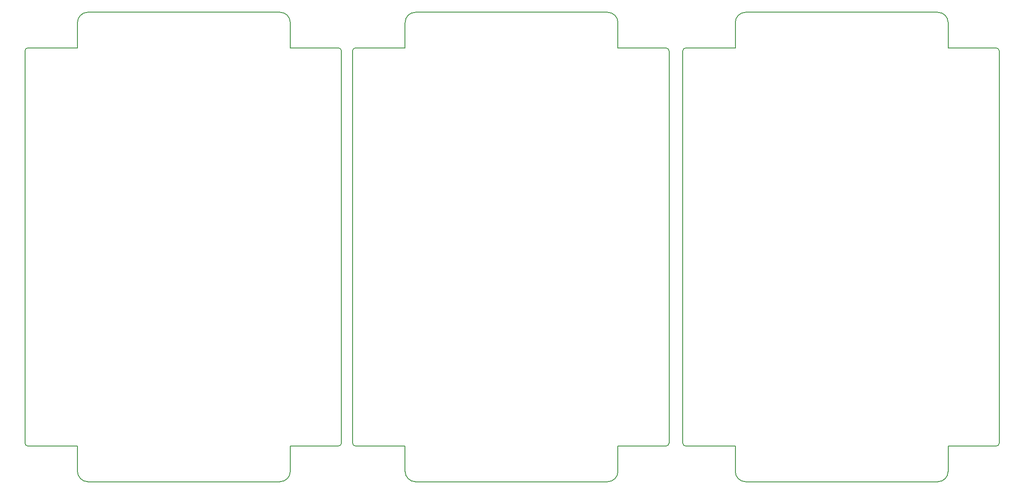
<source format=gbr>
%TF.GenerationSoftware,KiCad,Pcbnew,no-vcs-found-c6d0075~61~ubuntu17.10.1*%
%TF.CreationDate,2018-02-07T09:42:23+01:00*%
%TF.ProjectId,noname,6E6F6E616D652E6B696361645F706362,rev?*%
%TF.SameCoordinates,Original*%
%TF.FileFunction,Profile,NP*%
%FSLAX46Y46*%
G04 Gerber Fmt 4.6, Leading zero omitted, Abs format (unit mm)*
G04 Created by KiCad (PCBNEW no-vcs-found-c6d0075~61~ubuntu17.10.1) date Wed Feb  7 09:42:23 2018*
%MOMM*%
%LPD*%
G01*
G04 APERTURE LIST*
%TA.AperFunction,NonConductor*%
%ADD10C,0.200000*%
%TD*%
G04 APERTURE END LIST*
D10*
%TO.C,J7*%
X244431384Y-97174766D02*
G75*
G03X245031384Y-96574766I0J600000D01*
G01*
X183088384Y-96574766D02*
G75*
G03X183688384Y-97174766I600000J0D01*
G01*
X183688384Y-19174766D02*
G75*
G03X183088384Y-19774766I0J-600000D01*
G01*
X235031384Y-97174766D02*
X235031384Y-102127766D01*
X232999384Y-12189766D02*
X195407384Y-12189766D01*
X183688384Y-97174766D02*
X193375384Y-97174766D01*
X183088384Y-19774766D02*
X183088384Y-96574766D01*
X193375384Y-19174766D02*
X183688384Y-19174766D01*
X195407384Y-104159766D02*
X232999384Y-104159766D01*
X193375384Y-97174766D02*
X193375384Y-102127766D01*
X235031384Y-97174766D02*
X244431384Y-97174766D01*
X235031384Y-14221766D02*
G75*
G03X232999384Y-12189766I-2032000J0D01*
G01*
X235031384Y-19174766D02*
X235031384Y-14221766D01*
X245031384Y-19774766D02*
G75*
G03X244431384Y-19174766I-600000J0D01*
G01*
X232999384Y-104159766D02*
G75*
G03X235031384Y-102127766I0J2032000D01*
G01*
X193375384Y-19174766D02*
X193375384Y-14221766D01*
X193375384Y-102127766D02*
G75*
G03X195407384Y-104159766I2032000J0D01*
G01*
X195407384Y-12189766D02*
G75*
G03X193375384Y-14221766I0J-2032000D01*
G01*
X245031384Y-96574766D02*
X245031384Y-19774766D01*
X244431384Y-19174766D02*
X235031384Y-19174766D01*
%TO.C,J2*%
X179808384Y-97173234D02*
X170408384Y-97173234D01*
X180408384Y-19773234D02*
X180408384Y-96573234D01*
X130784384Y-104158234D02*
G75*
G02X128752384Y-102126234I0J2032000D01*
G01*
X128752384Y-14220234D02*
G75*
G02X130784384Y-12188234I2032000J0D01*
G01*
X128752384Y-97173234D02*
X128752384Y-102126234D01*
X168376384Y-12188234D02*
G75*
G02X170408384Y-14220234I0J-2032000D01*
G01*
X180408384Y-96573234D02*
G75*
G02X179808384Y-97173234I-600000J0D01*
G01*
X170408384Y-97173234D02*
X170408384Y-102126234D01*
X170408384Y-102126234D02*
G75*
G02X168376384Y-104158234I-2032000J0D01*
G01*
X170408384Y-19173234D02*
X179808384Y-19173234D01*
X128752384Y-19173234D02*
X128752384Y-14220234D01*
X130784384Y-12188234D02*
X168376384Y-12188234D01*
X128752384Y-97173234D02*
X119065384Y-97173234D01*
X118465384Y-96573234D02*
X118465384Y-19773234D01*
X119065384Y-19173234D02*
X128752384Y-19173234D01*
X168376384Y-104158234D02*
X130784384Y-104158234D01*
X170408384Y-19173234D02*
X170408384Y-14220234D01*
X119065384Y-97173234D02*
G75*
G02X118465384Y-96573234I0J600000D01*
G01*
X118465384Y-19773234D02*
G75*
G02X119065384Y-19173234I600000J0D01*
G01*
X179808384Y-19173234D02*
G75*
G02X180408384Y-19773234I0J-600000D01*
G01*
%TO.C,J1*%
X115685384Y-97170234D02*
X106285384Y-97170234D01*
X116285384Y-19770234D02*
X116285384Y-96570234D01*
X66661384Y-104155234D02*
G75*
G02X64629384Y-102123234I0J2032000D01*
G01*
X64629384Y-14217234D02*
G75*
G02X66661384Y-12185234I2032000J0D01*
G01*
X64629384Y-97170234D02*
X64629384Y-102123234D01*
X104253384Y-12185234D02*
G75*
G02X106285384Y-14217234I0J-2032000D01*
G01*
X116285384Y-96570234D02*
G75*
G02X115685384Y-97170234I-600000J0D01*
G01*
X106285384Y-97170234D02*
X106285384Y-102123234D01*
X106285384Y-102123234D02*
G75*
G02X104253384Y-104155234I-2032000J0D01*
G01*
X106285384Y-19170234D02*
X115685384Y-19170234D01*
X64629384Y-19170234D02*
X64629384Y-14217234D01*
X66661384Y-12185234D02*
X104253384Y-12185234D01*
X64629384Y-97170234D02*
X54942384Y-97170234D01*
X54342384Y-96570234D02*
X54342384Y-19770234D01*
X54942384Y-19170234D02*
X64629384Y-19170234D01*
X104253384Y-104155234D02*
X66661384Y-104155234D01*
X106285384Y-19170234D02*
X106285384Y-14217234D01*
X54942384Y-97170234D02*
G75*
G02X54342384Y-96570234I0J600000D01*
G01*
X54342384Y-19770234D02*
G75*
G02X54942384Y-19170234I600000J0D01*
G01*
X115685384Y-19170234D02*
G75*
G02X116285384Y-19770234I0J-600000D01*
G01*
%TD*%
M02*

</source>
